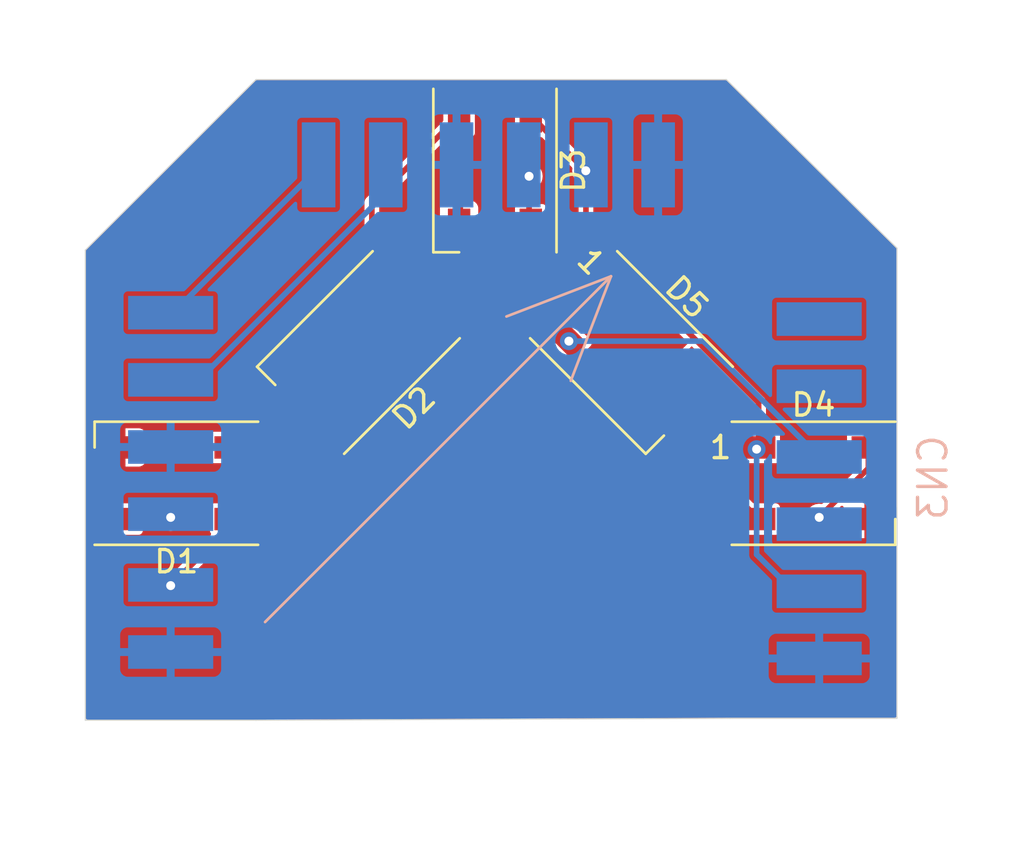
<source format=kicad_pcb>
(kicad_pcb (version 20211014) (generator pcbnew)
  (layers (0 "F.Cu" signal) (31 "B.Cu" signal) (34 "B.Paste" user) (35 "F.Paste" user) (36 "B.SilkS" user "B.Silkscreen") (37 "F.SilkS" user "F.Silkscreen") (38 "B.Mask" user) (39 "F.Mask" user) (44 "Edge.Cuts" user))
  (net 0 "")
  (net 1 "+5V")
  (net 2 "GND")
  (net 3 "Net-(CN1-Pad2)")
  (net 4 "Net-(CN2-Pad3)")
  (net 5 "Net-(D1-Pad2)")
  (net 6 "Net-(D2-Pad2)")
  (net 7 "Net-(CN1-Pad1)")
  (net 8 "Net-(CN1-Pad4)")
  (net 11 "Net-(CN3-Pad3)")
  (net 12 "Net-(CN3-Pad4)")
  (net 13 "Net-(D4-Pad2)")
  (footprint "LED_SMD:LED_WS2812B_PLCC4_5.0x5.0mm_P3.2mm" (layer "F.Cu") (at 154.94 107.95)
    (fp_text reference "D4" (at 0 -3.5) (layer "F.SilkS"))
    (fp_text value "WS2812B")
    (fp_text user "1" (at -4.15 -1.6) (layer "F.SilkS"))
    (fp_line (start -3.65 2.75) (end 3.65 2.75) (layer "F.SilkS") (width 0.12))
    (fp_line (start 3.65 2.75) (end 3.65 1.6) (layer "F.SilkS") (width 0.12))
    (fp_line (start -3.65 -2.75) (end 3.65 -2.75) (layer "F.SilkS") (width 0.12))
    (pad "1" smd rect (at -2.45 -1.6) (size 1.5 1) (layers "F.Cu" "F.Paste" "F.Mask") (net 1 "+5V"))
    (pad "2" smd rect (at -2.45 1.6) (size 1.5 1) (layers "F.Cu" "F.Paste" "F.Mask") (net 13 "Net-(D4-Pad2)"))
    (pad "3" smd rect (at 2.45 1.6) (size 1.5 1) (layers "F.Cu" "F.Paste" "F.Mask") (net 2 "GND"))
    (pad "4" smd rect (at 2.45 -1.6) (size 1.5 1) (layers "F.Cu" "F.Paste" "F.Mask") (net 12 "Net-(CN3-Pad4)"))
  )
  (footprint "LED_SMD:LED_WS2812B_PLCC4_5.0x5.0mm_P3.2mm" (layer "F.Cu") (at 126.492 107.95 180)
    (fp_text reference "D1" (at 0 -3.5) (layer "F.SilkS"))
    (fp_text value "WS2812B")
    (fp_line (start -3.65 2.75) (end 3.65 2.75) (layer "F.SilkS") (width 0.12))
    (fp_line (start 3.65 2.75) (end 3.65 1.6) (layer "F.SilkS") (width 0.12))
    (fp_line (start -3.65 -2.75) (end 3.65 -2.75) (layer "F.SilkS") (width 0.12))
    (pad "1" smd rect (at -2.45 -1.6 180) (size 1.5 1) (layers "F.Cu" "F.Paste" "F.Mask") (net 1 "+5V"))
    (pad "2" smd rect (at -2.45 1.6 180) (size 1.5 1) (layers "F.Cu" "F.Paste" "F.Mask") (net 5 "Net-(D1-Pad2)"))
    (pad "3" smd rect (at 2.45 1.6 180) (size 1.5 1) (layers "F.Cu" "F.Paste" "F.Mask") (net 2 "GND"))
    (pad "4" smd rect (at 2.45 -1.6 180) (size 1.5 1) (layers "F.Cu" "F.Paste" "F.Mask") (net 4 "Net-(CN2-Pad3)"))
  )
  (footprint "LED_SMD:LED_WS2812B_PLCC4_5.0x5.0mm_P3.2mm" (layer "F.Cu") (at 146.812 102.108 -45)
    (fp_text reference "D5" (at 0 -3.5 135) (layer "F.SilkS"))
    (fp_text value "WS2812B")
    (fp_text user "1" (at -4.15 -1.6 135) (layer "F.SilkS"))
    (fp_line (start -3.65 -2.75) (end 3.65 -2.75) (layer "F.SilkS") (width 0.12))
    (fp_line (start -3.65 2.75) (end 3.65 2.75) (layer "F.SilkS") (width 0.12))
    (fp_line (start 3.65 2.75) (end 3.65 1.6) (layer "F.SilkS") (width 0.12))
    (pad "1" smd rect (at -2.45 -1.6 315) (size 1.5 1) (layers "F.Cu" "F.Paste" "F.Mask") (net 1 "+5V"))
    (pad "2" smd rect (at -2.45 1.6 315) (size 1.5 1) (layers "F.Cu" "F.Paste" "F.Mask") (net 11 "Net-(CN3-Pad3)"))
    (pad "3" smd rect (at 2.45 1.6 315) (size 1.5 1) (layers "F.Cu" "F.Paste" "F.Mask") (net 2 "GND"))
    (pad "4" smd rect (at 2.45 -1.6 315) (size 1.5 1) (layers "F.Cu" "F.Paste" "F.Mask") (net 13 "Net-(D4-Pad2)"))
  )
  (footprint "LED_SMD:LED_WS2812B_PLCC4_5.0x5.0mm_P3.2mm" (layer "F.Cu") (at 134.62 102.108 -135)
    (fp_text reference "D2" (at 0 -3.5 45) (layer "F.SilkS"))
    (fp_text value "WS2812B")
    (fp_line (start -3.65 -2.75) (end 3.65 -2.75) (layer "F.SilkS") (width 0.12))
    (fp_line (start 3.65 2.75) (end 3.65 1.6) (layer "F.SilkS") (width 0.12))
    (fp_line (start -3.65 2.75) (end 3.65 2.75) (layer "F.SilkS") (width 0.12))
    (pad "1" smd rect (at -2.45 -1.6 225) (size 1.5 1) (layers "F.Cu" "F.Paste" "F.Mask") (net 1 "+5V"))
    (pad "2" smd rect (at -2.45 1.6 225) (size 1.5 1) (layers "F.Cu" "F.Paste" "F.Mask") (net 6 "Net-(D2-Pad2)"))
    (pad "3" smd rect (at 2.45 1.6 225) (size 1.5 1) (layers "F.Cu" "F.Paste" "F.Mask") (net 2 "GND"))
    (pad "4" smd rect (at 2.45 -1.6 225) (size 1.5 1) (layers "F.Cu" "F.Paste" "F.Mask") (net 5 "Net-(D1-Pad2)"))
  )
  (footprint "LED_SMD:LED_WS2812B_PLCC4_5.0x5.0mm_P3.2mm" (layer "F.Cu") (at 140.716 93.98 -90)
    (fp_text reference "D3" (at 0 -3.5 90) (layer "F.SilkS"))
    (fp_text value "WS2812B")
    (fp_line (start 3.65 2.75) (end 3.65 1.6) (layer "F.SilkS") (width 0.12))
    (fp_line (start -3.65 -2.75) (end 3.65 -2.75) (layer "F.SilkS") (width 0.12))
    (fp_line (start -3.65 2.75) (end 3.65 2.75) (layer "F.SilkS") (width 0.12))
    (pad "1" smd rect (at -2.45 -1.6 270) (size 1.5 1) (layers "F.Cu" "F.Paste" "F.Mask") (net 1 "+5V"))
    (pad "2" smd rect (at -2.45 1.6 270) (size 1.5 1) (layers "F.Cu" "F.Paste" "F.Mask") (net 6 "Net-(D2-Pad2)"))
    (pad "3" smd rect (at 2.45 1.6 270) (size 1.5 1) (layers "F.Cu" "F.Paste" "F.Mask") (net 2 "GND"))
    (pad "4" smd rect (at 2.45 -1.6 270) (size 1.5 1) (layers "F.Cu" "F.Paste" "F.Mask") (net 8 "Net-(CN1-Pad4)"))
  )
  (footprint "Adafruit NeoPixel 8 Stick:1X4-SMT" (layer "B.Cu") (at 126.238 108.41 90)
    (fp_text reference "CN2" hide)
    (fp_text value "1X4SMT" hide)
    (pad "1" smd rect (at -7.08 0 90) (size 1.5 3.8) (layers "B.Cu" "B.Paste" "B.Mask") (net 2 "GND"))
    (pad "2" smd rect (at -4.08 0 90) (size 1.5 3.8) (layers "B.Cu" "B.Paste" "B.Mask") (net 1 "+5V"))
    (pad "3" smd rect (at -0.92 0 90) (size 1.5 3.8) (layers "B.Cu" "B.Paste" "B.Mask") (net 4 "Net-(CN2-Pad3)"))
    (pad "4" smd rect (at 2.08 0 90) (size 1.5 3.8) (layers "B.Cu" "B.Paste" "B.Mask") (net 2 "GND"))
    (pad "5" smd rect (at 5.08 0 90) (size 1.5 3.8) (layers "B.Cu" "B.Paste" "B.Mask") (net 3 "Net-(CN1-Pad2)"))
    (pad "6" smd rect (at 8.08 0 90) (size 1.5 3.8) (layers "B.Cu" "B.Paste" "B.Mask") (net 7 "Net-(CN1-Pad1)"))
  )
  (footprint "Adafruit NeoPixel 8 Stick:1X4-SMT" (layer "B.Cu") (at 155.194 107.696 -90)
    (fp_text reference "CN3" (at 0 -5.08 90) (layer "B.SilkS") (effects (font (size 1.27 1.27)) (justify mirror)))
    (fp_text value "1X4SMT")
    (pad "1" smd rect (at -7.08 0 270) (size 1.5 3.8) (layers "B.Cu" "B.Paste" "B.Mask"))
    (pad "2" smd rect (at -4.08 0 270) (size 1.5 3.8) (layers "B.Cu" "B.Paste" "B.Mask"))
    (pad "3" smd rect (at -0.92 0 270) (size 1.5 3.8) (layers "B.Cu" "B.Paste" "B.Mask") (net 11 "Net-(CN3-Pad3)"))
    (pad "4" smd rect (at 2.08 0 270) (size 1.5 3.8) (layers "B.Cu" "B.Paste" "B.Mask") (net 12 "Net-(CN3-Pad4)"))
    (pad "5" smd rect (at 5.08 0 270) (size 1.5 3.8) (layers "B.Cu" "B.Paste" "B.Mask") (net 1 "+5V"))
    (pad "6" smd rect (at 8.08 0 270) (size 1.5 3.8) (layers "B.Cu" "B.Paste" "B.Mask") (net 2 "GND"))
  )
  (footprint "Adafruit NeoPixel 8 Stick:1X4-SMT" (layer "B.Cu") (at 139.922 93.726)
    (fp_text reference "CN1" hide)
    (fp_text value "1X4SMT" hide)
    (pad "1" smd rect (at -7.08 0) (size 1.5 3.8) (layers "B.Cu" "B.Paste" "B.Mask") (net 7 "Net-(CN1-Pad1)"))
    (pad "2" smd rect (at -4.08 0) (size 1.5 3.8) (layers "B.Cu" "B.Paste" "B.Mask") (net 3 "Net-(CN1-Pad2)"))
    (pad "3" smd rect (at -0.92 0) (size 1.5 3.8) (layers "B.Cu" "B.Paste" "B.Mask") (net 2 "GND"))
    (pad "4" smd rect (at 2.08 0) (size 1.5 3.8) (layers "B.Cu" "B.Paste" "B.Mask") (net 8 "Net-(CN1-Pad4)"))
    (pad "5" smd rect (at 5.08 0) (size 1.5 3.8) (layers "B.Cu" "B.Paste" "B.Mask") (net 1 "+5V"))
    (pad "6" smd rect (at 8.08 0) (size 1.5 3.8) (layers "B.Cu" "B.Paste" "B.Mask") (net 2 "GND"))
  )
  (gr_line (start 145.89902 98.70298) (end 141.229287 100.499031) (layer "B.SilkS") (width 0.12))
  (gr_line (start 145.89902 98.70298) (end 144.102969 103.372713) (layer "B.SilkS") (width 0.12))
  (gr_line (start 130.45298 114.14902) (end 145.89902 98.70298) (layer "B.SilkS") (width 0.12))
  (gr_line (start 130.048 89.915998) (end 151.048 89.915999) (layer "Edge.Cuts") (width 0.05))
  (gr_line (start 122.428 97.536) (end 122.428 118.536) (layer "Edge.Cuts") (width 0.05))
  (gr_line (start 151.048 89.915999) (end 158.668 97.45) (layer "Edge.Cuts") (width 0.05))
  (gr_line (start 130.048 118.536) (end 151.212 118.45) (layer "Edge.Cuts") (width 0.05))
  (gr_line (start 158.668 97.45) (end 158.668 118.45) (layer "Edge.Cuts") (width 0.05))
  (gr_line (start 151.212 118.45) (end 158.668 118.45) (layer "Edge.Cuts") (width 0.05))
  (gr_line locked (start 122.428 118.536) (end 130.048 118.536) (layer "Edge.Cuts") (width 0.05))
  (gr_line (start 122.428 97.536) (end 130.048 89.915998) (layer "Edge.Cuts") (width 0.05))
  (segment (start 144.78 99.06) (end 144.78 93.994) (width 0.25) (layer "F.Cu") (net 1))
  (segment (start 137.483782 101.506959) (end 139.930741 99.06) (width 0.25) (layer "F.Cu") (net 1))
  (segment (start 152.49 104.352007) (end 152.49 106.35) (width 0.25) (layer "F.Cu") (net 1))
  (segment (start 139.930741 99.06) (end 144.78 99.06) (width 0.25) (layer "F.Cu") (net 1))
  (segment (start 144.773 93.987) (end 142.316 91.53) (width 0.25) (layer "F.Cu") (net 1))
  (segment (start 144.78 93.994) (end 144.773 93.987) (width 0.25) (layer "F.Cu") (net 1))
  (segment (start 146.210959 99.244218) (end 147.382211 99.244218) (width 0.25) (layer "F.Cu") (net 1))
  (segment (start 133.274 109.55) (end 137.483782 105.340218) (width 0.25) (layer "F.Cu") (net 1))
  (segment (start 128.942 109.55) (end 133.274 109.55) (width 0.25) (layer "F.Cu") (net 1))
  (segment (start 137.483782 105.340218) (end 137.483782 101.506959) (width 0.25) (layer "F.Cu") (net 1))
  (segment (start 126.238 112.522) (end 128.942 109.818) (width 0.25) (layer "F.Cu") (net 1))
  (segment (start 146.210959 99.244218) (end 144.964218 99.244218) (width 0.25) (layer "F.Cu") (net 1))
  (segment (start 144.964218 99.244218) (end 144.78 99.06) (width 0.25) (layer "F.Cu") (net 1))
  (segment (start 147.382211 99.244218) (end 152.49 104.352007) (width 0.25) (layer "F.Cu") (net 1))
  (via (at 152.4 106.426) (size 0.8) (drill 0.4) (layers "F.Cu" "B.Cu") (net 1))
  (via (at 126.238 112.522) (size 0.8) (drill 0.4) (layers "F.Cu" "B.Cu") (net 1))
  (via (at 144.773 93.987) (size 0.8) (drill 0.4) (layers "F.Cu" "B.Cu") (net 1))
  (segment (start 152.4 111.132) (end 152.4 106.426) (width 0.25) (layer "B.Cu") (net 1))
  (segment (start 154.044 112.776) (end 152.4 111.132) (width 0.25) (layer "B.Cu") (net 1))
  (segment (start 127.388 103.442) (end 135.962 94.868) (width 0.25) (layer "B.Cu") (net 3))
  (segment (start 126.162 109.55) (end 126.238 109.474) (width 0.25) (layer "F.Cu") (net 4))
  (segment (start 124.042 109.55) (end 126.162 109.55) (width 0.25) (layer "F.Cu") (net 4))
  (via (at 126.238 109.474) (size 0.8) (drill 0.4) (layers "F.Cu" "B.Cu") (net 4))
  (segment (start 128.942 106.35) (end 132.640741 106.35) (width 0.25) (layer "F.Cu") (net 5))
  (segment (start 132.640741 106.35) (end 134.018959 104.971782) (width 0.25) (layer "F.Cu") (net 5))
  (segment (start 135.221041 99.244218) (end 135.221041 95.424959) (width 0.25) (layer "F.Cu") (net 6))
  (segment (start 135.221041 95.424959) (end 139.116 91.53) (width 0.25) (layer "F.Cu") (net 6))
  (segment (start 126.245998 100.442) (end 132.962 93.725998) (width 0.25) (layer "B.Cu") (net 7))
  (segment (start 142.24 94.234) (end 142.24 96.354) (width 0.25) (layer "F.Cu") (net 8))
  (via (at 142.24 94.234) (size 0.8) (drill 0.4) (layers "F.Cu" "B.Cu") (net 8))
  (via (at 144.018 101.6) (size 0.8) (drill 0.4) (layers "F.Cu" "B.Cu") (net 11))
  (segment (start 155.194 106.776) (end 150.018 101.6) (width 0.25) (layer "B.Cu") (net 11))
  (segment (start 150.018 101.6) (end 144.018 101.6) (width 0.25) (layer "B.Cu") (net 11))
  (segment (start 157.39 107.278) (end 155.194 109.474) (width 0.25) (layer "F.Cu") (net 12))
  (segment (start 157.39 106.35) (end 157.39 107.278) (width 0.25) (layer "F.Cu") (net 12))
  (via (at 155.194 109.474) (size 0.8) (drill 0.4) (layers "F.Cu" "B.Cu") (net 12))
  (segment (start 149.675782 102.709041) (end 149.675782 106.735782) (width 0.25) (layer "F.Cu") (net 13))
  (segment (start 149.675782 106.735782) (end 152.49 109.55) (width 0.25) (layer "F.Cu") (net 13))
  (zone (net 2) (net_name "GND") (layers F&B.Cu) (priority 6) (connect_pads (clearance 0.000001)) (min_thickness 0.1524) (fill yes (thermal_gap 0.3548) (thermal_bridge_width 0.3548))
    (polygon (pts (xy 164.338 86.36) (xy 163.83 124.206) (xy 118.872 123.444) (xy 118.618 86.614)))
  )
)
</source>
